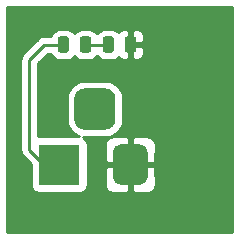
<source format=gbr>
%TF.GenerationSoftware,KiCad,Pcbnew,(5.1.6-0-10_14)*%
%TF.CreationDate,2020-05-30T19:25:13-03:00*%
%TF.ProjectId,kicad_template,6b696361-645f-4746-956d-706c6174652e,1*%
%TF.SameCoordinates,Original*%
%TF.FileFunction,Copper,L1,Top*%
%TF.FilePolarity,Positive*%
%FSLAX46Y46*%
G04 Gerber Fmt 4.6, Leading zero omitted, Abs format (unit mm)*
G04 Created by KiCad (PCBNEW (5.1.6-0-10_14)) date 2020-05-30 19:25:13*
%MOMM*%
%LPD*%
G01*
G04 APERTURE LIST*
%TA.AperFunction,ComponentPad*%
%ADD10R,3.500000X3.500000*%
%TD*%
%TA.AperFunction,Conductor*%
%ADD11C,0.250000*%
%TD*%
%TA.AperFunction,Conductor*%
%ADD12C,0.254000*%
%TD*%
G04 APERTURE END LIST*
%TO.P,J1,3*%
%TO.N,N/C*%
%TA.AperFunction,ComponentPad*%
G36*
G01*
X160960000Y-103645000D02*
X160960000Y-105395000D01*
G75*
G02*
X160085000Y-106270000I-875000J0D01*
G01*
X158335000Y-106270000D01*
G75*
G02*
X157460000Y-105395000I0J875000D01*
G01*
X157460000Y-103645000D01*
G75*
G02*
X158335000Y-102770000I875000J0D01*
G01*
X160085000Y-102770000D01*
G75*
G02*
X160960000Y-103645000I0J-875000D01*
G01*
G37*
%TD.AperFunction*%
%TO.P,J1,2*%
%TO.N,GND*%
%TA.AperFunction,ComponentPad*%
G36*
G01*
X163710000Y-108220000D02*
X163710000Y-110220000D01*
G75*
G02*
X162960000Y-110970000I-750000J0D01*
G01*
X161460000Y-110970000D01*
G75*
G02*
X160710000Y-110220000I0J750000D01*
G01*
X160710000Y-108220000D01*
G75*
G02*
X161460000Y-107470000I750000J0D01*
G01*
X162960000Y-107470000D01*
G75*
G02*
X163710000Y-108220000I0J-750000D01*
G01*
G37*
%TD.AperFunction*%
D10*
%TO.P,J1,1*%
%TO.N,+5V*%
X156210000Y-109220000D03*
%TD*%
%TO.P,L1,2*%
%TO.N,Net-(L1-Pad2)*%
%TA.AperFunction,SMDPad,CuDef*%
G36*
G01*
X157930000Y-99516250D02*
X157930000Y-98603750D01*
G75*
G02*
X158173750Y-98360000I243750J0D01*
G01*
X158661250Y-98360000D01*
G75*
G02*
X158905000Y-98603750I0J-243750D01*
G01*
X158905000Y-99516250D01*
G75*
G02*
X158661250Y-99760000I-243750J0D01*
G01*
X158173750Y-99760000D01*
G75*
G02*
X157930000Y-99516250I0J243750D01*
G01*
G37*
%TD.AperFunction*%
%TO.P,L1,1*%
%TO.N,+5V*%
%TA.AperFunction,SMDPad,CuDef*%
G36*
G01*
X156055000Y-99516250D02*
X156055000Y-98603750D01*
G75*
G02*
X156298750Y-98360000I243750J0D01*
G01*
X156786250Y-98360000D01*
G75*
G02*
X157030000Y-98603750I0J-243750D01*
G01*
X157030000Y-99516250D01*
G75*
G02*
X156786250Y-99760000I-243750J0D01*
G01*
X156298750Y-99760000D01*
G75*
G02*
X156055000Y-99516250I0J243750D01*
G01*
G37*
%TD.AperFunction*%
%TD*%
%TO.P,R1,2*%
%TO.N,GND*%
%TA.AperFunction,SMDPad,CuDef*%
G36*
G01*
X161740000Y-99516250D02*
X161740000Y-98603750D01*
G75*
G02*
X161983750Y-98360000I243750J0D01*
G01*
X162471250Y-98360000D01*
G75*
G02*
X162715000Y-98603750I0J-243750D01*
G01*
X162715000Y-99516250D01*
G75*
G02*
X162471250Y-99760000I-243750J0D01*
G01*
X161983750Y-99760000D01*
G75*
G02*
X161740000Y-99516250I0J243750D01*
G01*
G37*
%TD.AperFunction*%
%TO.P,R1,1*%
%TO.N,Net-(L1-Pad2)*%
%TA.AperFunction,SMDPad,CuDef*%
G36*
G01*
X159865000Y-99516250D02*
X159865000Y-98603750D01*
G75*
G02*
X160108750Y-98360000I243750J0D01*
G01*
X160596250Y-98360000D01*
G75*
G02*
X160840000Y-98603750I0J-243750D01*
G01*
X160840000Y-99516250D01*
G75*
G02*
X160596250Y-99760000I-243750J0D01*
G01*
X160108750Y-99760000D01*
G75*
G02*
X159865000Y-99516250I0J243750D01*
G01*
G37*
%TD.AperFunction*%
%TD*%
D11*
%TO.N,+5V*%
X156210000Y-109220000D02*
X154940000Y-109220000D01*
X154940000Y-109220000D02*
X153670000Y-107950000D01*
X153670000Y-107950000D02*
X153670000Y-100330000D01*
X154940000Y-99060000D02*
X156542500Y-99060000D01*
X153670000Y-100330000D02*
X154940000Y-99060000D01*
%TO.N,Net-(L1-Pad2)*%
X158417500Y-99060000D02*
X160352500Y-99060000D01*
%TD*%
D12*
%TO.N,GND*%
G36*
X170790000Y-114910000D02*
G01*
X151790000Y-114910000D01*
X151790000Y-100330000D01*
X152906324Y-100330000D01*
X152910001Y-100367332D01*
X152910000Y-107912678D01*
X152906324Y-107950000D01*
X152910000Y-107987322D01*
X152910000Y-107987332D01*
X152920997Y-108098985D01*
X152964454Y-108242246D01*
X153035026Y-108374276D01*
X153074871Y-108422826D01*
X153129999Y-108490001D01*
X153159003Y-108513804D01*
X153821928Y-109176730D01*
X153821928Y-110970000D01*
X153834188Y-111094482D01*
X153870498Y-111214180D01*
X153929463Y-111324494D01*
X154008815Y-111421185D01*
X154105506Y-111500537D01*
X154215820Y-111559502D01*
X154335518Y-111595812D01*
X154460000Y-111608072D01*
X157960000Y-111608072D01*
X158084482Y-111595812D01*
X158204180Y-111559502D01*
X158314494Y-111500537D01*
X158411185Y-111421185D01*
X158490537Y-111324494D01*
X158549502Y-111214180D01*
X158585812Y-111094482D01*
X158598072Y-110970000D01*
X160071928Y-110970000D01*
X160084188Y-111094482D01*
X160120498Y-111214180D01*
X160179463Y-111324494D01*
X160258815Y-111421185D01*
X160355506Y-111500537D01*
X160465820Y-111559502D01*
X160585518Y-111595812D01*
X160710000Y-111608072D01*
X161924250Y-111605000D01*
X162083000Y-111446250D01*
X162083000Y-109347000D01*
X162337000Y-109347000D01*
X162337000Y-111446250D01*
X162495750Y-111605000D01*
X163710000Y-111608072D01*
X163834482Y-111595812D01*
X163954180Y-111559502D01*
X164064494Y-111500537D01*
X164161185Y-111421185D01*
X164240537Y-111324494D01*
X164299502Y-111214180D01*
X164335812Y-111094482D01*
X164348072Y-110970000D01*
X164345000Y-109505750D01*
X164186250Y-109347000D01*
X162337000Y-109347000D01*
X162083000Y-109347000D01*
X160233750Y-109347000D01*
X160075000Y-109505750D01*
X160071928Y-110970000D01*
X158598072Y-110970000D01*
X158598072Y-107470000D01*
X160071928Y-107470000D01*
X160075000Y-108934250D01*
X160233750Y-109093000D01*
X162083000Y-109093000D01*
X162083000Y-106993750D01*
X162337000Y-106993750D01*
X162337000Y-109093000D01*
X164186250Y-109093000D01*
X164345000Y-108934250D01*
X164348072Y-107470000D01*
X164335812Y-107345518D01*
X164299502Y-107225820D01*
X164240537Y-107115506D01*
X164161185Y-107018815D01*
X164064494Y-106939463D01*
X163954180Y-106880498D01*
X163834482Y-106844188D01*
X163710000Y-106831928D01*
X162495750Y-106835000D01*
X162337000Y-106993750D01*
X162083000Y-106993750D01*
X161924250Y-106835000D01*
X160710000Y-106831928D01*
X160585518Y-106844188D01*
X160465820Y-106880498D01*
X160355506Y-106939463D01*
X160258815Y-107018815D01*
X160179463Y-107115506D01*
X160120498Y-107225820D01*
X160084188Y-107345518D01*
X160071928Y-107470000D01*
X158598072Y-107470000D01*
X158585812Y-107345518D01*
X158549502Y-107225820D01*
X158490537Y-107115506D01*
X158411185Y-107018815D01*
X158314494Y-106939463D01*
X158237869Y-106898506D01*
X158335000Y-106908072D01*
X160085000Y-106908072D01*
X160380186Y-106878999D01*
X160664028Y-106792896D01*
X160925618Y-106653073D01*
X161154903Y-106464903D01*
X161343073Y-106235618D01*
X161482896Y-105974028D01*
X161568999Y-105690186D01*
X161598072Y-105395000D01*
X161598072Y-103645000D01*
X161568999Y-103349814D01*
X161482896Y-103065972D01*
X161343073Y-102804382D01*
X161154903Y-102575097D01*
X160925618Y-102386927D01*
X160664028Y-102247104D01*
X160380186Y-102161001D01*
X160085000Y-102131928D01*
X158335000Y-102131928D01*
X158039814Y-102161001D01*
X157755972Y-102247104D01*
X157494382Y-102386927D01*
X157265097Y-102575097D01*
X157076927Y-102804382D01*
X156937104Y-103065972D01*
X156851001Y-103349814D01*
X156821928Y-103645000D01*
X156821928Y-105395000D01*
X156851001Y-105690186D01*
X156937104Y-105974028D01*
X157076927Y-106235618D01*
X157265097Y-106464903D01*
X157494382Y-106653073D01*
X157755972Y-106792896D01*
X157884643Y-106831928D01*
X154460000Y-106831928D01*
X154430000Y-106834883D01*
X154430000Y-100644801D01*
X155254802Y-99820000D01*
X155473827Y-99820000D01*
X155484053Y-99853709D01*
X155565542Y-100006164D01*
X155675208Y-100139792D01*
X155808836Y-100249458D01*
X155961291Y-100330947D01*
X156126715Y-100381128D01*
X156298750Y-100398072D01*
X156786250Y-100398072D01*
X156958285Y-100381128D01*
X157123709Y-100330947D01*
X157276164Y-100249458D01*
X157409792Y-100139792D01*
X157480000Y-100054244D01*
X157550208Y-100139792D01*
X157683836Y-100249458D01*
X157836291Y-100330947D01*
X158001715Y-100381128D01*
X158173750Y-100398072D01*
X158661250Y-100398072D01*
X158833285Y-100381128D01*
X158998709Y-100330947D01*
X159151164Y-100249458D01*
X159284792Y-100139792D01*
X159385000Y-100017689D01*
X159485208Y-100139792D01*
X159618836Y-100249458D01*
X159771291Y-100330947D01*
X159936715Y-100381128D01*
X160108750Y-100398072D01*
X160596250Y-100398072D01*
X160768285Y-100381128D01*
X160933709Y-100330947D01*
X161086164Y-100249458D01*
X161219792Y-100139792D01*
X161225008Y-100133436D01*
X161288815Y-100211185D01*
X161385506Y-100290537D01*
X161495820Y-100349502D01*
X161615518Y-100385812D01*
X161740000Y-100398072D01*
X161941750Y-100395000D01*
X162100500Y-100236250D01*
X162100500Y-99187000D01*
X162354500Y-99187000D01*
X162354500Y-100236250D01*
X162513250Y-100395000D01*
X162715000Y-100398072D01*
X162839482Y-100385812D01*
X162959180Y-100349502D01*
X163069494Y-100290537D01*
X163166185Y-100211185D01*
X163245537Y-100114494D01*
X163304502Y-100004180D01*
X163340812Y-99884482D01*
X163353072Y-99760000D01*
X163350000Y-99345750D01*
X163191250Y-99187000D01*
X162354500Y-99187000D01*
X162100500Y-99187000D01*
X162080500Y-99187000D01*
X162080500Y-98933000D01*
X162100500Y-98933000D01*
X162100500Y-97883750D01*
X162354500Y-97883750D01*
X162354500Y-98933000D01*
X163191250Y-98933000D01*
X163350000Y-98774250D01*
X163353072Y-98360000D01*
X163340812Y-98235518D01*
X163304502Y-98115820D01*
X163245537Y-98005506D01*
X163166185Y-97908815D01*
X163069494Y-97829463D01*
X162959180Y-97770498D01*
X162839482Y-97734188D01*
X162715000Y-97721928D01*
X162513250Y-97725000D01*
X162354500Y-97883750D01*
X162100500Y-97883750D01*
X161941750Y-97725000D01*
X161740000Y-97721928D01*
X161615518Y-97734188D01*
X161495820Y-97770498D01*
X161385506Y-97829463D01*
X161288815Y-97908815D01*
X161225008Y-97986564D01*
X161219792Y-97980208D01*
X161086164Y-97870542D01*
X160933709Y-97789053D01*
X160768285Y-97738872D01*
X160596250Y-97721928D01*
X160108750Y-97721928D01*
X159936715Y-97738872D01*
X159771291Y-97789053D01*
X159618836Y-97870542D01*
X159485208Y-97980208D01*
X159385000Y-98102311D01*
X159284792Y-97980208D01*
X159151164Y-97870542D01*
X158998709Y-97789053D01*
X158833285Y-97738872D01*
X158661250Y-97721928D01*
X158173750Y-97721928D01*
X158001715Y-97738872D01*
X157836291Y-97789053D01*
X157683836Y-97870542D01*
X157550208Y-97980208D01*
X157480000Y-98065756D01*
X157409792Y-97980208D01*
X157276164Y-97870542D01*
X157123709Y-97789053D01*
X156958285Y-97738872D01*
X156786250Y-97721928D01*
X156298750Y-97721928D01*
X156126715Y-97738872D01*
X155961291Y-97789053D01*
X155808836Y-97870542D01*
X155675208Y-97980208D01*
X155565542Y-98113836D01*
X155484053Y-98266291D01*
X155473827Y-98300000D01*
X154977322Y-98300000D01*
X154939999Y-98296324D01*
X154902676Y-98300000D01*
X154902667Y-98300000D01*
X154791014Y-98310997D01*
X154647753Y-98354454D01*
X154515724Y-98425026D01*
X154399999Y-98519999D01*
X154376201Y-98548997D01*
X153158998Y-99766201D01*
X153130000Y-99789999D01*
X153106202Y-99818997D01*
X153106201Y-99818998D01*
X153035026Y-99905724D01*
X152964454Y-100037754D01*
X152920998Y-100181015D01*
X152906324Y-100330000D01*
X151790000Y-100330000D01*
X151790000Y-95910000D01*
X170790001Y-95910000D01*
X170790000Y-114910000D01*
G37*
X170790000Y-114910000D02*
X151790000Y-114910000D01*
X151790000Y-100330000D01*
X152906324Y-100330000D01*
X152910001Y-100367332D01*
X152910000Y-107912678D01*
X152906324Y-107950000D01*
X152910000Y-107987322D01*
X152910000Y-107987332D01*
X152920997Y-108098985D01*
X152964454Y-108242246D01*
X153035026Y-108374276D01*
X153074871Y-108422826D01*
X153129999Y-108490001D01*
X153159003Y-108513804D01*
X153821928Y-109176730D01*
X153821928Y-110970000D01*
X153834188Y-111094482D01*
X153870498Y-111214180D01*
X153929463Y-111324494D01*
X154008815Y-111421185D01*
X154105506Y-111500537D01*
X154215820Y-111559502D01*
X154335518Y-111595812D01*
X154460000Y-111608072D01*
X157960000Y-111608072D01*
X158084482Y-111595812D01*
X158204180Y-111559502D01*
X158314494Y-111500537D01*
X158411185Y-111421185D01*
X158490537Y-111324494D01*
X158549502Y-111214180D01*
X158585812Y-111094482D01*
X158598072Y-110970000D01*
X160071928Y-110970000D01*
X160084188Y-111094482D01*
X160120498Y-111214180D01*
X160179463Y-111324494D01*
X160258815Y-111421185D01*
X160355506Y-111500537D01*
X160465820Y-111559502D01*
X160585518Y-111595812D01*
X160710000Y-111608072D01*
X161924250Y-111605000D01*
X162083000Y-111446250D01*
X162083000Y-109347000D01*
X162337000Y-109347000D01*
X162337000Y-111446250D01*
X162495750Y-111605000D01*
X163710000Y-111608072D01*
X163834482Y-111595812D01*
X163954180Y-111559502D01*
X164064494Y-111500537D01*
X164161185Y-111421185D01*
X164240537Y-111324494D01*
X164299502Y-111214180D01*
X164335812Y-111094482D01*
X164348072Y-110970000D01*
X164345000Y-109505750D01*
X164186250Y-109347000D01*
X162337000Y-109347000D01*
X162083000Y-109347000D01*
X160233750Y-109347000D01*
X160075000Y-109505750D01*
X160071928Y-110970000D01*
X158598072Y-110970000D01*
X158598072Y-107470000D01*
X160071928Y-107470000D01*
X160075000Y-108934250D01*
X160233750Y-109093000D01*
X162083000Y-109093000D01*
X162083000Y-106993750D01*
X162337000Y-106993750D01*
X162337000Y-109093000D01*
X164186250Y-109093000D01*
X164345000Y-108934250D01*
X164348072Y-107470000D01*
X164335812Y-107345518D01*
X164299502Y-107225820D01*
X164240537Y-107115506D01*
X164161185Y-107018815D01*
X164064494Y-106939463D01*
X163954180Y-106880498D01*
X163834482Y-106844188D01*
X163710000Y-106831928D01*
X162495750Y-106835000D01*
X162337000Y-106993750D01*
X162083000Y-106993750D01*
X161924250Y-106835000D01*
X160710000Y-106831928D01*
X160585518Y-106844188D01*
X160465820Y-106880498D01*
X160355506Y-106939463D01*
X160258815Y-107018815D01*
X160179463Y-107115506D01*
X160120498Y-107225820D01*
X160084188Y-107345518D01*
X160071928Y-107470000D01*
X158598072Y-107470000D01*
X158585812Y-107345518D01*
X158549502Y-107225820D01*
X158490537Y-107115506D01*
X158411185Y-107018815D01*
X158314494Y-106939463D01*
X158237869Y-106898506D01*
X158335000Y-106908072D01*
X160085000Y-106908072D01*
X160380186Y-106878999D01*
X160664028Y-106792896D01*
X160925618Y-106653073D01*
X161154903Y-106464903D01*
X161343073Y-106235618D01*
X161482896Y-105974028D01*
X161568999Y-105690186D01*
X161598072Y-105395000D01*
X161598072Y-103645000D01*
X161568999Y-103349814D01*
X161482896Y-103065972D01*
X161343073Y-102804382D01*
X161154903Y-102575097D01*
X160925618Y-102386927D01*
X160664028Y-102247104D01*
X160380186Y-102161001D01*
X160085000Y-102131928D01*
X158335000Y-102131928D01*
X158039814Y-102161001D01*
X157755972Y-102247104D01*
X157494382Y-102386927D01*
X157265097Y-102575097D01*
X157076927Y-102804382D01*
X156937104Y-103065972D01*
X156851001Y-103349814D01*
X156821928Y-103645000D01*
X156821928Y-105395000D01*
X156851001Y-105690186D01*
X156937104Y-105974028D01*
X157076927Y-106235618D01*
X157265097Y-106464903D01*
X157494382Y-106653073D01*
X157755972Y-106792896D01*
X157884643Y-106831928D01*
X154460000Y-106831928D01*
X154430000Y-106834883D01*
X154430000Y-100644801D01*
X155254802Y-99820000D01*
X155473827Y-99820000D01*
X155484053Y-99853709D01*
X155565542Y-100006164D01*
X155675208Y-100139792D01*
X155808836Y-100249458D01*
X155961291Y-100330947D01*
X156126715Y-100381128D01*
X156298750Y-100398072D01*
X156786250Y-100398072D01*
X156958285Y-100381128D01*
X157123709Y-100330947D01*
X157276164Y-100249458D01*
X157409792Y-100139792D01*
X157480000Y-100054244D01*
X157550208Y-100139792D01*
X157683836Y-100249458D01*
X157836291Y-100330947D01*
X158001715Y-100381128D01*
X158173750Y-100398072D01*
X158661250Y-100398072D01*
X158833285Y-100381128D01*
X158998709Y-100330947D01*
X159151164Y-100249458D01*
X159284792Y-100139792D01*
X159385000Y-100017689D01*
X159485208Y-100139792D01*
X159618836Y-100249458D01*
X159771291Y-100330947D01*
X159936715Y-100381128D01*
X160108750Y-100398072D01*
X160596250Y-100398072D01*
X160768285Y-100381128D01*
X160933709Y-100330947D01*
X161086164Y-100249458D01*
X161219792Y-100139792D01*
X161225008Y-100133436D01*
X161288815Y-100211185D01*
X161385506Y-100290537D01*
X161495820Y-100349502D01*
X161615518Y-100385812D01*
X161740000Y-100398072D01*
X161941750Y-100395000D01*
X162100500Y-100236250D01*
X162100500Y-99187000D01*
X162354500Y-99187000D01*
X162354500Y-100236250D01*
X162513250Y-100395000D01*
X162715000Y-100398072D01*
X162839482Y-100385812D01*
X162959180Y-100349502D01*
X163069494Y-100290537D01*
X163166185Y-100211185D01*
X163245537Y-100114494D01*
X163304502Y-100004180D01*
X163340812Y-99884482D01*
X163353072Y-99760000D01*
X163350000Y-99345750D01*
X163191250Y-99187000D01*
X162354500Y-99187000D01*
X162100500Y-99187000D01*
X162080500Y-99187000D01*
X162080500Y-98933000D01*
X162100500Y-98933000D01*
X162100500Y-97883750D01*
X162354500Y-97883750D01*
X162354500Y-98933000D01*
X163191250Y-98933000D01*
X163350000Y-98774250D01*
X163353072Y-98360000D01*
X163340812Y-98235518D01*
X163304502Y-98115820D01*
X163245537Y-98005506D01*
X163166185Y-97908815D01*
X163069494Y-97829463D01*
X162959180Y-97770498D01*
X162839482Y-97734188D01*
X162715000Y-97721928D01*
X162513250Y-97725000D01*
X162354500Y-97883750D01*
X162100500Y-97883750D01*
X161941750Y-97725000D01*
X161740000Y-97721928D01*
X161615518Y-97734188D01*
X161495820Y-97770498D01*
X161385506Y-97829463D01*
X161288815Y-97908815D01*
X161225008Y-97986564D01*
X161219792Y-97980208D01*
X161086164Y-97870542D01*
X160933709Y-97789053D01*
X160768285Y-97738872D01*
X160596250Y-97721928D01*
X160108750Y-97721928D01*
X159936715Y-97738872D01*
X159771291Y-97789053D01*
X159618836Y-97870542D01*
X159485208Y-97980208D01*
X159385000Y-98102311D01*
X159284792Y-97980208D01*
X159151164Y-97870542D01*
X158998709Y-97789053D01*
X158833285Y-97738872D01*
X158661250Y-97721928D01*
X158173750Y-97721928D01*
X158001715Y-97738872D01*
X157836291Y-97789053D01*
X157683836Y-97870542D01*
X157550208Y-97980208D01*
X157480000Y-98065756D01*
X157409792Y-97980208D01*
X157276164Y-97870542D01*
X157123709Y-97789053D01*
X156958285Y-97738872D01*
X156786250Y-97721928D01*
X156298750Y-97721928D01*
X156126715Y-97738872D01*
X155961291Y-97789053D01*
X155808836Y-97870542D01*
X155675208Y-97980208D01*
X155565542Y-98113836D01*
X155484053Y-98266291D01*
X155473827Y-98300000D01*
X154977322Y-98300000D01*
X154939999Y-98296324D01*
X154902676Y-98300000D01*
X154902667Y-98300000D01*
X154791014Y-98310997D01*
X154647753Y-98354454D01*
X154515724Y-98425026D01*
X154399999Y-98519999D01*
X154376201Y-98548997D01*
X153158998Y-99766201D01*
X153130000Y-99789999D01*
X153106202Y-99818997D01*
X153106201Y-99818998D01*
X153035026Y-99905724D01*
X152964454Y-100037754D01*
X152920998Y-100181015D01*
X152906324Y-100330000D01*
X151790000Y-100330000D01*
X151790000Y-95910000D01*
X170790001Y-95910000D01*
X170790000Y-114910000D01*
%TD*%
M02*

</source>
